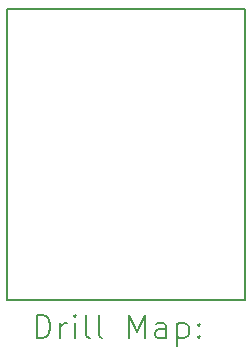
<source format=gbr>
%TF.GenerationSoftware,KiCad,Pcbnew,7.0.8*%
%TF.CreationDate,2024-07-12T13:32:50-07:00*%
%TF.ProjectId,RFBackscatterV1,52464261-636b-4736-9361-747465725631,rev?*%
%TF.SameCoordinates,Original*%
%TF.FileFunction,Drillmap*%
%TF.FilePolarity,Positive*%
%FSLAX45Y45*%
G04 Gerber Fmt 4.5, Leading zero omitted, Abs format (unit mm)*
G04 Created by KiCad (PCBNEW 7.0.8) date 2024-07-12 13:32:50*
%MOMM*%
%LPD*%
G01*
G04 APERTURE LIST*
%ADD10C,0.200000*%
G04 APERTURE END LIST*
D10*
X16165000Y-7225000D02*
X18180000Y-7225000D01*
X18180000Y-9690000D01*
X16165000Y-9690000D01*
X16165000Y-7225000D01*
X16415777Y-10011484D02*
X16415777Y-9811484D01*
X16415777Y-9811484D02*
X16463396Y-9811484D01*
X16463396Y-9811484D02*
X16491967Y-9821008D01*
X16491967Y-9821008D02*
X16511015Y-9840055D01*
X16511015Y-9840055D02*
X16520539Y-9859103D01*
X16520539Y-9859103D02*
X16530062Y-9897198D01*
X16530062Y-9897198D02*
X16530062Y-9925770D01*
X16530062Y-9925770D02*
X16520539Y-9963865D01*
X16520539Y-9963865D02*
X16511015Y-9982912D01*
X16511015Y-9982912D02*
X16491967Y-10001960D01*
X16491967Y-10001960D02*
X16463396Y-10011484D01*
X16463396Y-10011484D02*
X16415777Y-10011484D01*
X16615777Y-10011484D02*
X16615777Y-9878150D01*
X16615777Y-9916246D02*
X16625301Y-9897198D01*
X16625301Y-9897198D02*
X16634824Y-9887674D01*
X16634824Y-9887674D02*
X16653872Y-9878150D01*
X16653872Y-9878150D02*
X16672920Y-9878150D01*
X16739586Y-10011484D02*
X16739586Y-9878150D01*
X16739586Y-9811484D02*
X16730062Y-9821008D01*
X16730062Y-9821008D02*
X16739586Y-9830531D01*
X16739586Y-9830531D02*
X16749110Y-9821008D01*
X16749110Y-9821008D02*
X16739586Y-9811484D01*
X16739586Y-9811484D02*
X16739586Y-9830531D01*
X16863396Y-10011484D02*
X16844348Y-10001960D01*
X16844348Y-10001960D02*
X16834824Y-9982912D01*
X16834824Y-9982912D02*
X16834824Y-9811484D01*
X16968158Y-10011484D02*
X16949110Y-10001960D01*
X16949110Y-10001960D02*
X16939586Y-9982912D01*
X16939586Y-9982912D02*
X16939586Y-9811484D01*
X17196729Y-10011484D02*
X17196729Y-9811484D01*
X17196729Y-9811484D02*
X17263396Y-9954341D01*
X17263396Y-9954341D02*
X17330063Y-9811484D01*
X17330063Y-9811484D02*
X17330063Y-10011484D01*
X17511015Y-10011484D02*
X17511015Y-9906722D01*
X17511015Y-9906722D02*
X17501491Y-9887674D01*
X17501491Y-9887674D02*
X17482444Y-9878150D01*
X17482444Y-9878150D02*
X17444348Y-9878150D01*
X17444348Y-9878150D02*
X17425301Y-9887674D01*
X17511015Y-10001960D02*
X17491967Y-10011484D01*
X17491967Y-10011484D02*
X17444348Y-10011484D01*
X17444348Y-10011484D02*
X17425301Y-10001960D01*
X17425301Y-10001960D02*
X17415777Y-9982912D01*
X17415777Y-9982912D02*
X17415777Y-9963865D01*
X17415777Y-9963865D02*
X17425301Y-9944817D01*
X17425301Y-9944817D02*
X17444348Y-9935293D01*
X17444348Y-9935293D02*
X17491967Y-9935293D01*
X17491967Y-9935293D02*
X17511015Y-9925770D01*
X17606253Y-9878150D02*
X17606253Y-10078150D01*
X17606253Y-9887674D02*
X17625301Y-9878150D01*
X17625301Y-9878150D02*
X17663396Y-9878150D01*
X17663396Y-9878150D02*
X17682444Y-9887674D01*
X17682444Y-9887674D02*
X17691967Y-9897198D01*
X17691967Y-9897198D02*
X17701491Y-9916246D01*
X17701491Y-9916246D02*
X17701491Y-9973389D01*
X17701491Y-9973389D02*
X17691967Y-9992436D01*
X17691967Y-9992436D02*
X17682444Y-10001960D01*
X17682444Y-10001960D02*
X17663396Y-10011484D01*
X17663396Y-10011484D02*
X17625301Y-10011484D01*
X17625301Y-10011484D02*
X17606253Y-10001960D01*
X17787205Y-9992436D02*
X17796729Y-10001960D01*
X17796729Y-10001960D02*
X17787205Y-10011484D01*
X17787205Y-10011484D02*
X17777682Y-10001960D01*
X17777682Y-10001960D02*
X17787205Y-9992436D01*
X17787205Y-9992436D02*
X17787205Y-10011484D01*
X17787205Y-9887674D02*
X17796729Y-9897198D01*
X17796729Y-9897198D02*
X17787205Y-9906722D01*
X17787205Y-9906722D02*
X17777682Y-9897198D01*
X17777682Y-9897198D02*
X17787205Y-9887674D01*
X17787205Y-9887674D02*
X17787205Y-9906722D01*
M02*

</source>
